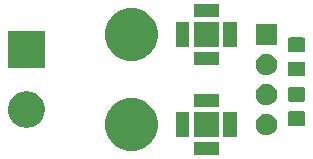
<source format=gbr>
G04 #@! TF.GenerationSoftware,KiCad,Pcbnew,5.1.5*
G04 #@! TF.CreationDate,2020-01-04T22:00:14+01:00*
G04 #@! TF.ProjectId,cs_ina220,63735f69-6e61-4323-9230-2e6b69636164,rev?*
G04 #@! TF.SameCoordinates,Original*
G04 #@! TF.FileFunction,Soldermask,Bot*
G04 #@! TF.FilePolarity,Negative*
%FSLAX46Y46*%
G04 Gerber Fmt 4.6, Leading zero omitted, Abs format (unit mm)*
G04 Created by KiCad (PCBNEW 5.1.5) date 2020-01-04 22:00:14*
%MOMM*%
%LPD*%
G04 APERTURE LIST*
%ADD10C,0.100000*%
G04 APERTURE END LIST*
D10*
G36*
X128051000Y-97801000D02*
G01*
X125949000Y-97801000D01*
X125949000Y-96699000D01*
X128051000Y-96699000D01*
X128051000Y-97801000D01*
G37*
G36*
X120925880Y-93009776D02*
G01*
X121306593Y-93085504D01*
X121716249Y-93255189D01*
X122084929Y-93501534D01*
X122398466Y-93815071D01*
X122644811Y-94183751D01*
X122814496Y-94593407D01*
X122901000Y-95028296D01*
X122901000Y-95471704D01*
X122814496Y-95906593D01*
X122644811Y-96316249D01*
X122398466Y-96684929D01*
X122084929Y-96998466D01*
X121716249Y-97244811D01*
X121306593Y-97414496D01*
X120925880Y-97490224D01*
X120871705Y-97501000D01*
X120428295Y-97501000D01*
X120374120Y-97490224D01*
X119993407Y-97414496D01*
X119583751Y-97244811D01*
X119215071Y-96998466D01*
X118901534Y-96684929D01*
X118655189Y-96316249D01*
X118485504Y-95906593D01*
X118399000Y-95471704D01*
X118399000Y-95028296D01*
X118485504Y-94593407D01*
X118655189Y-94183751D01*
X118901534Y-93815071D01*
X119215071Y-93501534D01*
X119583751Y-93255189D01*
X119993407Y-93085504D01*
X120374120Y-93009776D01*
X120428295Y-92999000D01*
X120871705Y-92999000D01*
X120925880Y-93009776D01*
G37*
G36*
X128051000Y-96301000D02*
G01*
X125949000Y-96301000D01*
X125949000Y-94199000D01*
X128051000Y-94199000D01*
X128051000Y-96301000D01*
G37*
G36*
X129551000Y-96301000D02*
G01*
X128449000Y-96301000D01*
X128449000Y-94199000D01*
X129551000Y-94199000D01*
X129551000Y-96301000D01*
G37*
G36*
X125551000Y-96301000D02*
G01*
X124449000Y-96301000D01*
X124449000Y-94199000D01*
X125551000Y-94199000D01*
X125551000Y-96301000D01*
G37*
G36*
X132189228Y-94353075D02*
G01*
X132342812Y-94383624D01*
X132506784Y-94451544D01*
X132654354Y-94550147D01*
X132779853Y-94675646D01*
X132878456Y-94823216D01*
X132946376Y-94987188D01*
X132981000Y-95161259D01*
X132981000Y-95338741D01*
X132946376Y-95512812D01*
X132878456Y-95676784D01*
X132779853Y-95824354D01*
X132654354Y-95949853D01*
X132506784Y-96048456D01*
X132342812Y-96116376D01*
X132193512Y-96146073D01*
X132168742Y-96151000D01*
X131991258Y-96151000D01*
X131966488Y-96146073D01*
X131817188Y-96116376D01*
X131653216Y-96048456D01*
X131505646Y-95949853D01*
X131380147Y-95824354D01*
X131281544Y-95676784D01*
X131213624Y-95512812D01*
X131179000Y-95338741D01*
X131179000Y-95161259D01*
X131213624Y-94987188D01*
X131281544Y-94823216D01*
X131380147Y-94675646D01*
X131505646Y-94550147D01*
X131653216Y-94451544D01*
X131817188Y-94383624D01*
X131970772Y-94353075D01*
X131991258Y-94349000D01*
X132168742Y-94349000D01*
X132189228Y-94353075D01*
G37*
G36*
X112062585Y-92458802D02*
G01*
X112212410Y-92488604D01*
X112494674Y-92605521D01*
X112748705Y-92775259D01*
X112964741Y-92991295D01*
X113134479Y-93245326D01*
X113240603Y-93501534D01*
X113251396Y-93527591D01*
X113311000Y-93827239D01*
X113311000Y-94132761D01*
X113292872Y-94223897D01*
X113251396Y-94432410D01*
X113134479Y-94714674D01*
X112964741Y-94968705D01*
X112748705Y-95184741D01*
X112494674Y-95354479D01*
X112212410Y-95471396D01*
X112062585Y-95501198D01*
X111912761Y-95531000D01*
X111607239Y-95531000D01*
X111457415Y-95501198D01*
X111307590Y-95471396D01*
X111025326Y-95354479D01*
X110771295Y-95184741D01*
X110555259Y-94968705D01*
X110385521Y-94714674D01*
X110268604Y-94432410D01*
X110227128Y-94223897D01*
X110209000Y-94132761D01*
X110209000Y-93827239D01*
X110268604Y-93527591D01*
X110279397Y-93501534D01*
X110385521Y-93245326D01*
X110555259Y-92991295D01*
X110771295Y-92775259D01*
X111025326Y-92605521D01*
X111307590Y-92488604D01*
X111457415Y-92458802D01*
X111607239Y-92429000D01*
X111912761Y-92429000D01*
X112062585Y-92458802D01*
G37*
G36*
X135208674Y-94138465D02*
G01*
X135246367Y-94149899D01*
X135281103Y-94168466D01*
X135311548Y-94193452D01*
X135336534Y-94223897D01*
X135355101Y-94258633D01*
X135366535Y-94296326D01*
X135371000Y-94341661D01*
X135371000Y-95178339D01*
X135366535Y-95223674D01*
X135355101Y-95261367D01*
X135336534Y-95296103D01*
X135311548Y-95326548D01*
X135281103Y-95351534D01*
X135246367Y-95370101D01*
X135208674Y-95381535D01*
X135163339Y-95386000D01*
X134076661Y-95386000D01*
X134031326Y-95381535D01*
X133993633Y-95370101D01*
X133958897Y-95351534D01*
X133928452Y-95326548D01*
X133903466Y-95296103D01*
X133884899Y-95261367D01*
X133873465Y-95223674D01*
X133869000Y-95178339D01*
X133869000Y-94341661D01*
X133873465Y-94296326D01*
X133884899Y-94258633D01*
X133903466Y-94223897D01*
X133928452Y-94193452D01*
X133958897Y-94168466D01*
X133993633Y-94149899D01*
X134031326Y-94138465D01*
X134076661Y-94134000D01*
X135163339Y-94134000D01*
X135208674Y-94138465D01*
G37*
G36*
X128051000Y-93801000D02*
G01*
X125949000Y-93801000D01*
X125949000Y-92699000D01*
X128051000Y-92699000D01*
X128051000Y-93801000D01*
G37*
G36*
X132193512Y-91813927D02*
G01*
X132342812Y-91843624D01*
X132506784Y-91911544D01*
X132654354Y-92010147D01*
X132779853Y-92135646D01*
X132878456Y-92283216D01*
X132946376Y-92447188D01*
X132981000Y-92621259D01*
X132981000Y-92798741D01*
X132946376Y-92972812D01*
X132878456Y-93136784D01*
X132779853Y-93284354D01*
X132654354Y-93409853D01*
X132506784Y-93508456D01*
X132342812Y-93576376D01*
X132193512Y-93606073D01*
X132168742Y-93611000D01*
X131991258Y-93611000D01*
X131966488Y-93606073D01*
X131817188Y-93576376D01*
X131653216Y-93508456D01*
X131505646Y-93409853D01*
X131380147Y-93284354D01*
X131281544Y-93136784D01*
X131213624Y-92972812D01*
X131179000Y-92798741D01*
X131179000Y-92621259D01*
X131213624Y-92447188D01*
X131281544Y-92283216D01*
X131380147Y-92135646D01*
X131505646Y-92010147D01*
X131653216Y-91911544D01*
X131817188Y-91843624D01*
X131966488Y-91813927D01*
X131991258Y-91809000D01*
X132168742Y-91809000D01*
X132193512Y-91813927D01*
G37*
G36*
X135208674Y-92088465D02*
G01*
X135246367Y-92099899D01*
X135281103Y-92118466D01*
X135311548Y-92143452D01*
X135336534Y-92173897D01*
X135355101Y-92208633D01*
X135366535Y-92246326D01*
X135371000Y-92291661D01*
X135371000Y-93128339D01*
X135366535Y-93173674D01*
X135355101Y-93211367D01*
X135336534Y-93246103D01*
X135311548Y-93276548D01*
X135281103Y-93301534D01*
X135246367Y-93320101D01*
X135208674Y-93331535D01*
X135163339Y-93336000D01*
X134076661Y-93336000D01*
X134031326Y-93331535D01*
X133993633Y-93320101D01*
X133958897Y-93301534D01*
X133928452Y-93276548D01*
X133903466Y-93246103D01*
X133884899Y-93211367D01*
X133873465Y-93173674D01*
X133869000Y-93128339D01*
X133869000Y-92291661D01*
X133873465Y-92246326D01*
X133884899Y-92208633D01*
X133903466Y-92173897D01*
X133928452Y-92143452D01*
X133958897Y-92118466D01*
X133993633Y-92099899D01*
X134031326Y-92088465D01*
X134076661Y-92084000D01*
X135163339Y-92084000D01*
X135208674Y-92088465D01*
G37*
G36*
X135208674Y-89938465D02*
G01*
X135246367Y-89949899D01*
X135281103Y-89968466D01*
X135311548Y-89993452D01*
X135336534Y-90023897D01*
X135355101Y-90058633D01*
X135366535Y-90096326D01*
X135371000Y-90141661D01*
X135371000Y-90978339D01*
X135366535Y-91023674D01*
X135355101Y-91061367D01*
X135336534Y-91096103D01*
X135311548Y-91126548D01*
X135281103Y-91151534D01*
X135246367Y-91170101D01*
X135208674Y-91181535D01*
X135163339Y-91186000D01*
X134076661Y-91186000D01*
X134031326Y-91181535D01*
X133993633Y-91170101D01*
X133958897Y-91151534D01*
X133928452Y-91126548D01*
X133903466Y-91096103D01*
X133884899Y-91061367D01*
X133873465Y-91023674D01*
X133869000Y-90978339D01*
X133869000Y-90141661D01*
X133873465Y-90096326D01*
X133884899Y-90058633D01*
X133903466Y-90023897D01*
X133928452Y-89993452D01*
X133958897Y-89968466D01*
X133993633Y-89949899D01*
X134031326Y-89938465D01*
X134076661Y-89934000D01*
X135163339Y-89934000D01*
X135208674Y-89938465D01*
G37*
G36*
X132193512Y-89273927D02*
G01*
X132342812Y-89303624D01*
X132506784Y-89371544D01*
X132654354Y-89470147D01*
X132779853Y-89595646D01*
X132878456Y-89743216D01*
X132946376Y-89907188D01*
X132981000Y-90081259D01*
X132981000Y-90258741D01*
X132946376Y-90432812D01*
X132878456Y-90596784D01*
X132779853Y-90744354D01*
X132654354Y-90869853D01*
X132506784Y-90968456D01*
X132342812Y-91036376D01*
X132198715Y-91065038D01*
X132168742Y-91071000D01*
X131991258Y-91071000D01*
X131961285Y-91065038D01*
X131817188Y-91036376D01*
X131653216Y-90968456D01*
X131505646Y-90869853D01*
X131380147Y-90744354D01*
X131281544Y-90596784D01*
X131213624Y-90432812D01*
X131179000Y-90258741D01*
X131179000Y-90081259D01*
X131213624Y-89907188D01*
X131281544Y-89743216D01*
X131380147Y-89595646D01*
X131505646Y-89470147D01*
X131653216Y-89371544D01*
X131817188Y-89303624D01*
X131966488Y-89273927D01*
X131991258Y-89269000D01*
X132168742Y-89269000D01*
X132193512Y-89273927D01*
G37*
G36*
X113311000Y-90451000D02*
G01*
X110209000Y-90451000D01*
X110209000Y-87349000D01*
X113311000Y-87349000D01*
X113311000Y-90451000D01*
G37*
G36*
X128051000Y-90181000D02*
G01*
X125949000Y-90181000D01*
X125949000Y-89079000D01*
X128051000Y-89079000D01*
X128051000Y-90181000D01*
G37*
G36*
X120925880Y-85389776D02*
G01*
X121306593Y-85465504D01*
X121716249Y-85635189D01*
X122084929Y-85881534D01*
X122398466Y-86195071D01*
X122644811Y-86563751D01*
X122814496Y-86973407D01*
X122901000Y-87408296D01*
X122901000Y-87851704D01*
X122814496Y-88286593D01*
X122644811Y-88696249D01*
X122398466Y-89064929D01*
X122084929Y-89378466D01*
X121716249Y-89624811D01*
X121306593Y-89794496D01*
X120925880Y-89870224D01*
X120871705Y-89881000D01*
X120428295Y-89881000D01*
X120374120Y-89870224D01*
X119993407Y-89794496D01*
X119583751Y-89624811D01*
X119215071Y-89378466D01*
X118901534Y-89064929D01*
X118655189Y-88696249D01*
X118485504Y-88286593D01*
X118399000Y-87851704D01*
X118399000Y-87408296D01*
X118485504Y-86973407D01*
X118655189Y-86563751D01*
X118901534Y-86195071D01*
X119215071Y-85881534D01*
X119583751Y-85635189D01*
X119993407Y-85465504D01*
X120374120Y-85389776D01*
X120428295Y-85379000D01*
X120871705Y-85379000D01*
X120925880Y-85389776D01*
G37*
G36*
X135208674Y-87888465D02*
G01*
X135246367Y-87899899D01*
X135281103Y-87918466D01*
X135311548Y-87943452D01*
X135336534Y-87973897D01*
X135355101Y-88008633D01*
X135366535Y-88046326D01*
X135371000Y-88091661D01*
X135371000Y-88928339D01*
X135366535Y-88973674D01*
X135355101Y-89011367D01*
X135336534Y-89046103D01*
X135311548Y-89076548D01*
X135281103Y-89101534D01*
X135246367Y-89120101D01*
X135208674Y-89131535D01*
X135163339Y-89136000D01*
X134076661Y-89136000D01*
X134031326Y-89131535D01*
X133993633Y-89120101D01*
X133958897Y-89101534D01*
X133928452Y-89076548D01*
X133903466Y-89046103D01*
X133884899Y-89011367D01*
X133873465Y-88973674D01*
X133869000Y-88928339D01*
X133869000Y-88091661D01*
X133873465Y-88046326D01*
X133884899Y-88008633D01*
X133903466Y-87973897D01*
X133928452Y-87943452D01*
X133958897Y-87918466D01*
X133993633Y-87899899D01*
X134031326Y-87888465D01*
X134076661Y-87884000D01*
X135163339Y-87884000D01*
X135208674Y-87888465D01*
G37*
G36*
X125551000Y-88681000D02*
G01*
X124449000Y-88681000D01*
X124449000Y-86579000D01*
X125551000Y-86579000D01*
X125551000Y-88681000D01*
G37*
G36*
X129551000Y-88681000D02*
G01*
X128449000Y-88681000D01*
X128449000Y-86579000D01*
X129551000Y-86579000D01*
X129551000Y-88681000D01*
G37*
G36*
X128051000Y-88681000D02*
G01*
X125949000Y-88681000D01*
X125949000Y-86579000D01*
X128051000Y-86579000D01*
X128051000Y-88681000D01*
G37*
G36*
X132981000Y-88531000D02*
G01*
X131179000Y-88531000D01*
X131179000Y-86729000D01*
X132981000Y-86729000D01*
X132981000Y-88531000D01*
G37*
G36*
X128051000Y-86181000D02*
G01*
X125949000Y-86181000D01*
X125949000Y-85079000D01*
X128051000Y-85079000D01*
X128051000Y-86181000D01*
G37*
M02*

</source>
